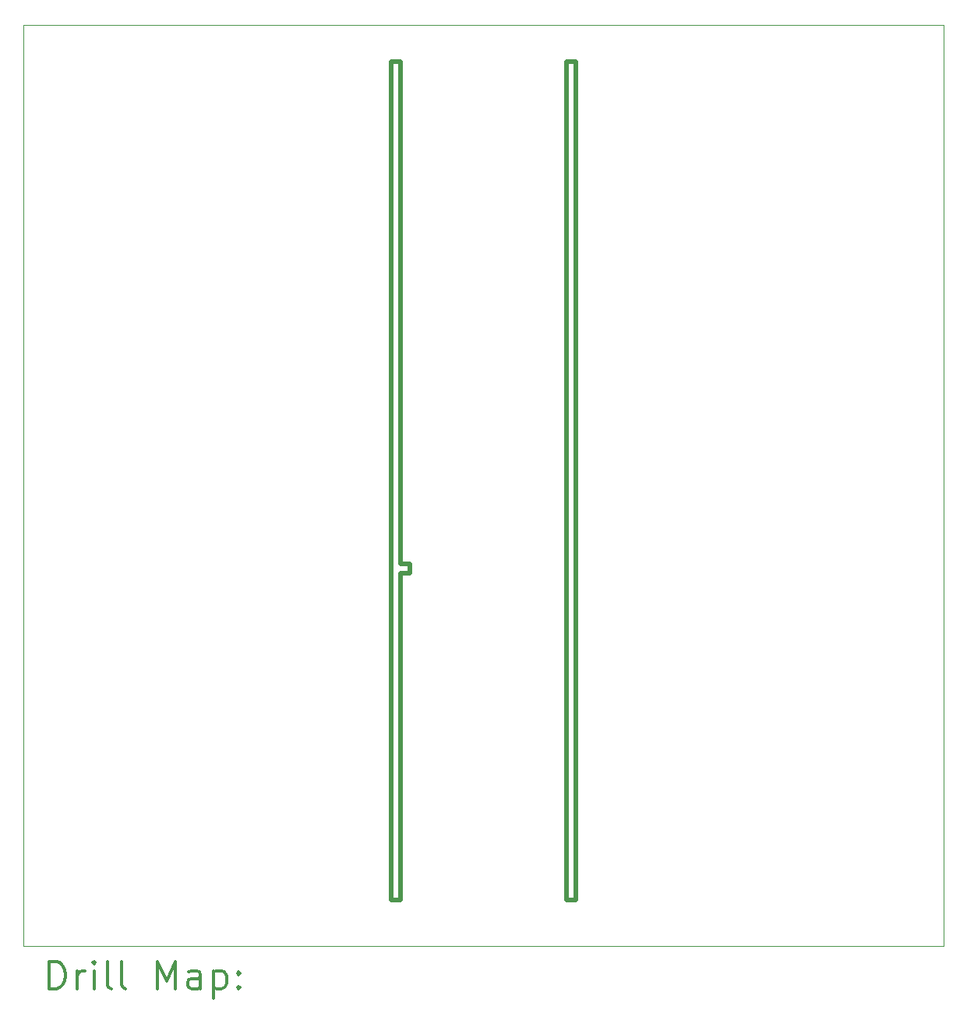
<source format=gbr>
%FSLAX45Y45*%
G04 Gerber Fmt 4.5, Leading zero omitted, Abs format (unit mm)*
G04 Created by KiCad (PCBNEW (5.1.9)-1) date 2021-05-20 23:10:11*
%MOMM*%
%LPD*%
G01*
G04 APERTURE LIST*
%TA.AperFunction,Profile*%
%ADD10C,0.500000*%
%TD*%
%TA.AperFunction,Profile*%
%ADD11C,0.050000*%
%TD*%
%ADD12C,0.200000*%
%ADD13C,0.300000*%
G04 APERTURE END LIST*
D10*
X14100000Y-14500000D02*
X14100000Y-10950000D01*
X14200000Y-10850000D02*
X14200000Y-10950000D01*
X14100000Y-10950000D02*
X14200000Y-10950000D01*
X14100000Y-10850000D02*
X14200000Y-10850000D01*
X14000000Y-14500000D02*
X14100000Y-14500000D01*
X14000000Y-5400000D02*
X14000000Y-14500000D01*
X14100000Y-5400000D02*
X14000000Y-5400000D01*
X14100000Y-10850000D02*
X14100000Y-5400000D01*
X15900000Y-14500000D02*
X16000000Y-14500000D01*
X15900000Y-5400000D02*
X15900000Y-14500000D01*
X16000000Y-5400000D02*
X15900000Y-5400000D01*
X16000000Y-14500000D02*
X16000000Y-5400000D01*
D11*
X20000000Y-5000000D02*
X10000000Y-5000000D01*
X20000000Y-15000000D02*
X10000000Y-15000000D01*
X10000000Y-15000000D02*
X10000000Y-5000000D01*
X20000000Y-15000000D02*
X20000000Y-5000000D01*
D12*
D13*
X10283928Y-15468214D02*
X10283928Y-15168214D01*
X10355357Y-15168214D01*
X10398214Y-15182500D01*
X10426786Y-15211071D01*
X10441071Y-15239643D01*
X10455357Y-15296786D01*
X10455357Y-15339643D01*
X10441071Y-15396786D01*
X10426786Y-15425357D01*
X10398214Y-15453929D01*
X10355357Y-15468214D01*
X10283928Y-15468214D01*
X10583928Y-15468214D02*
X10583928Y-15268214D01*
X10583928Y-15325357D02*
X10598214Y-15296786D01*
X10612500Y-15282500D01*
X10641071Y-15268214D01*
X10669643Y-15268214D01*
X10769643Y-15468214D02*
X10769643Y-15268214D01*
X10769643Y-15168214D02*
X10755357Y-15182500D01*
X10769643Y-15196786D01*
X10783928Y-15182500D01*
X10769643Y-15168214D01*
X10769643Y-15196786D01*
X10955357Y-15468214D02*
X10926786Y-15453929D01*
X10912500Y-15425357D01*
X10912500Y-15168214D01*
X11112500Y-15468214D02*
X11083928Y-15453929D01*
X11069643Y-15425357D01*
X11069643Y-15168214D01*
X11455357Y-15468214D02*
X11455357Y-15168214D01*
X11555357Y-15382500D01*
X11655357Y-15168214D01*
X11655357Y-15468214D01*
X11926786Y-15468214D02*
X11926786Y-15311071D01*
X11912500Y-15282500D01*
X11883928Y-15268214D01*
X11826786Y-15268214D01*
X11798214Y-15282500D01*
X11926786Y-15453929D02*
X11898214Y-15468214D01*
X11826786Y-15468214D01*
X11798214Y-15453929D01*
X11783928Y-15425357D01*
X11783928Y-15396786D01*
X11798214Y-15368214D01*
X11826786Y-15353929D01*
X11898214Y-15353929D01*
X11926786Y-15339643D01*
X12069643Y-15268214D02*
X12069643Y-15568214D01*
X12069643Y-15282500D02*
X12098214Y-15268214D01*
X12155357Y-15268214D01*
X12183928Y-15282500D01*
X12198214Y-15296786D01*
X12212500Y-15325357D01*
X12212500Y-15411071D01*
X12198214Y-15439643D01*
X12183928Y-15453929D01*
X12155357Y-15468214D01*
X12098214Y-15468214D01*
X12069643Y-15453929D01*
X12341071Y-15439643D02*
X12355357Y-15453929D01*
X12341071Y-15468214D01*
X12326786Y-15453929D01*
X12341071Y-15439643D01*
X12341071Y-15468214D01*
X12341071Y-15282500D02*
X12355357Y-15296786D01*
X12341071Y-15311071D01*
X12326786Y-15296786D01*
X12341071Y-15282500D01*
X12341071Y-15311071D01*
M02*

</source>
